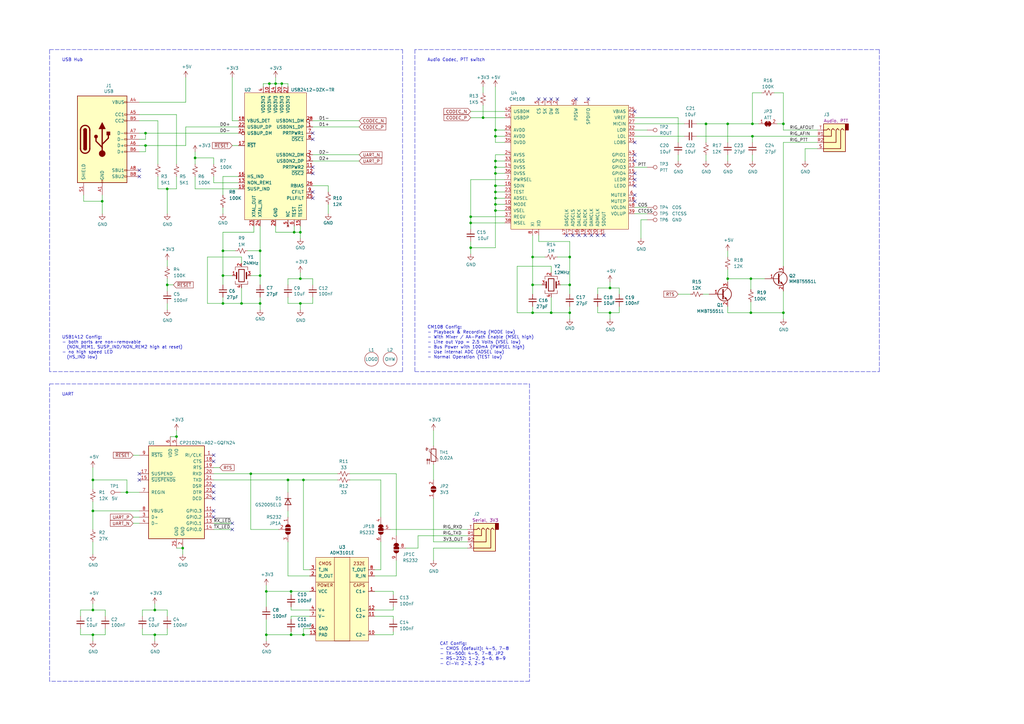
<source format=kicad_sch>
(kicad_sch (version 20211123) (generator eeschema)
  (paper "A3")
  (title_block (title "Digirig Mobile") (rev "1.9") (company "Softcomplex, Inc") (comment 1 "Denis Grisak - K0TX") (comment 2 "GNU General Public License v3.0") (comment 3 "https://digirig.net/"))
  (junction (at 41.91 82.55))
  (junction (at 203.2 71.12))
  (junction (at 203.2 66.04))
  (junction (at 123.19 114.3))
  (junction (at 226.06 128.27))
  (junction (at 124.46 260.35))
  (junction (at 52.07 201.93))
  (junction (at 193.04 91.44))
  (junction (at 38.1 250.19))
  (junction (at 321.31 128.27))
  (junction (at 80.01 64.77))
  (junction (at 102.87 194.31))
  (junction (at 203.2 55.88))
  (junction (at 298.45 50.8))
  (junction (at 120.65 95.25))
  (junction (at 289.56 50.8))
  (junction (at 68.58 77.47))
  (junction (at 308.61 55.88))
  (junction (at 298.45 114.3))
  (junction (at 113.03 34.29))
  (junction (at 233.68 116.84))
  (junction (at 68.58 116.84))
  (junction (at 233.68 128.27))
  (junction (at 119.38 242.57))
  (junction (at 91.44 113.03))
  (junction (at 123.19 95.25))
  (junction (at 63.5 250.19))
  (junction (at 118.11 196.85))
  (junction (at 233.68 105.41))
  (junction (at 203.2 78.74))
  (junction (at 99.06 124.46))
  (junction (at 106.68 102.87))
  (junction (at 203.2 86.36))
  (junction (at 59.69 59.69))
  (junction (at 218.44 116.84))
  (junction (at 307.975 114.3))
  (junction (at 115.57 34.29))
  (junction (at 123.19 124.46))
  (junction (at 193.04 101.6))
  (junction (at 106.68 124.46))
  (junction (at 38.1 209.55))
  (junction (at 250.19 118.11))
  (junction (at 119.38 260.35))
  (junction (at 218.44 128.27))
  (junction (at 124.46 196.85))
  (junction (at 250.19 128.27))
  (junction (at 203.2 76.2))
  (junction (at 91.44 124.46))
  (junction (at 72.39 179.07))
  (junction (at 38.1 196.85))
  (junction (at 38.1 260.35))
  (junction (at 193.04 88.9))
  (junction (at 63.5 260.35))
  (junction (at 110.49 34.29))
  (junction (at 198.12 48.26))
  (junction (at 218.44 105.41))
  (junction (at 203.2 53.34))
  (junction (at 307.975 128.27))
  (junction (at 203.2 81.28))
  (junction (at 321.31 50.8))
  (junction (at 74.93 224.79))
  (junction (at 59.69 54.61))
  (junction (at 109.22 260.35))
  (junction (at 203.2 68.58))
  (junction (at 109.22 242.57))
  (junction (at 91.44 102.87))
  (junction (at 203.2 83.82))
  (junction (at 308.61 50.8))
  (junction (at 106.68 113.03))
  (no_connect (at 87.63 201.93))
  (no_connect (at 95.25 214.63))
  (no_connect (at 260.35 73.66))
  (no_connect (at 237.49 96.52))
  (no_connect (at 223.52 40.64))
  (no_connect (at 232.41 96.52))
  (no_connect (at 57.15 194.31))
  (no_connect (at 128.27 54.61))
  (no_connect (at 57.15 72.39))
  (no_connect (at 226.06 40.64))
  (no_connect (at 245.11 96.52))
  (no_connect (at 220.98 40.64))
  (no_connect (at 87.63 199.39))
  (no_connect (at 242.57 96.52))
  (no_connect (at 260.35 66.04))
  (no_connect (at 240.03 96.52))
  (no_connect (at 228.6 40.64))
  (no_connect (at 260.35 76.2))
  (no_connect (at 87.63 186.69))
  (no_connect (at 87.63 204.47))
  (no_connect (at 128.27 78.74))
  (no_connect (at 87.63 212.09))
  (no_connect (at 241.3 40.64))
  (no_connect (at 260.35 45.72))
  (no_connect (at 87.63 209.55))
  (no_connect (at 234.95 96.52))
  (no_connect (at 128.27 68.58))
  (no_connect (at 260.35 82.55))
  (no_connect (at 57.15 69.85))
  (no_connect (at 236.22 40.64))
  (no_connect (at 247.65 96.52))
  (no_connect (at 128.27 71.12))
  (no_connect (at 260.35 58.42))
  (no_connect (at 260.35 80.01))
  (no_connect (at 95.25 217.17))
  (no_connect (at 260.35 63.5))
  (no_connect (at 260.35 71.12))
  (no_connect (at 87.63 189.23))
  (no_connect (at 128.27 81.28))
  (no_connect (at 57.15 196.85))
  (no_connect (at 128.27 57.15))
  (wire (pts (xy 193.04 99.06) (xy 193.04 101.6)))
  (wire (pts (xy 38.1 209.55) (xy 38.1 217.17)))
  (wire (pts (xy 68.58 260.35) (xy 68.58 257.81)))
  (wire (pts (xy 63.5 260.35) (xy 63.5 262.89)))
  (wire (pts (xy 118.11 116.84) (xy 118.11 114.3)))
  (wire (pts (xy 80.01 67.31) (xy 80.01 64.77)))
  (wire (pts (xy 203.2 35.56) (xy 203.2 53.34)))
  (wire (pts (xy 226.06 121.92) (xy 226.06 128.27)))
  (polyline (pts (xy 165.1 152.4) (xy 20.32 152.4)))
  (wire (pts (xy 33.02 252.73) (xy 33.02 250.19)))
  (wire (pts (xy 161.29 252.73) (xy 161.29 254)))
  (wire (pts (xy 76.2 41.91) (xy 76.2 31.75)))
  (wire (pts (xy 203.2 81.28) (xy 203.2 83.82)))
  (wire (pts (xy 74.93 224.79) (xy 74.93 227.33)))
  (wire (pts (xy 99.06 124.46) (xy 106.68 124.46)))
  (wire (pts (xy 278.13 58.42) (xy 278.13 48.26)))
  (wire (pts (xy 80.01 64.77) (xy 80.01 62.23)))
  (wire (pts (xy 218.44 128.27) (xy 218.44 125.73)))
  (wire (pts (xy 156.21 222.25) (xy 156.21 233.68)))
  (wire (pts (xy 87.63 72.39) (xy 87.63 74.93)))
  (wire (pts (xy 203.2 83.82) (xy 203.2 86.36)))
  (wire (pts (xy 203.2 55.88) (xy 203.2 53.34)))
  (wire (pts (xy 218.44 105.41) (xy 223.52 105.41)))
  (wire (pts (xy 228.6 105.41) (xy 233.68 105.41)))
  (wire (pts (xy 54.61 212.09) (xy 57.15 212.09)))
  (wire (pts (xy 156.21 196.85) (xy 156.21 212.09)))
  (wire (pts (xy 91.44 124.46) (xy 99.06 124.46)))
  (wire (pts (xy 233.68 99.06) (xy 233.68 105.41)))
  (wire (pts (xy 124.46 257.81) (xy 124.46 260.35)))
  (wire (pts (xy 91.44 121.92) (xy 91.44 124.46)))
  (wire (pts (xy 33.02 260.35) (xy 38.1 260.35)))
  (wire (pts (xy 278.13 120.65) (xy 283.21 120.65)))
  (wire (pts (xy 321.31 119.38) (xy 321.31 128.27)))
  (wire (pts (xy 203.2 71.12) (xy 203.2 76.2)))
  (wire (pts (xy 57.15 41.91) (xy 76.2 41.91)))
  (wire (pts (xy 153.67 236.22) (xy 162.56 236.22)))
  (wire (pts (xy 203.2 66.04) (xy 203.2 63.5)))
  (wire (pts (xy 57.15 201.93) (xy 52.07 201.93)))
  (wire (pts (xy 233.68 116.84) (xy 233.68 105.41)))
  (polyline (pts (xy 170.18 20.32) (xy 170.18 152.4)))
  (wire (pts (xy 128.27 63.5) (xy 147.32 63.5)))
  (wire (pts (xy 177.8 182.88) (xy 177.8 176.53)))
  (wire (pts (xy 308.61 55.88) (xy 335.28 55.88)))
  (wire (pts (xy 95.25 49.53) (xy 95.25 31.75)))
  (wire (pts (xy 104.14 92.71) (xy 104.14 95.25)))
  (wire (pts (xy 289.56 50.8) (xy 289.56 58.42)))
  (wire (pts (xy 68.58 87.63) (xy 68.58 77.47)))
  (wire (pts (xy 134.62 83.82) (xy 134.62 87.63)))
  (wire (pts (xy 58.42 260.35) (xy 63.5 260.35)))
  (wire (pts (xy 330.2 60.96) (xy 330.2 66.04)))
  (wire (pts (xy 41.91 82.55) (xy 41.91 87.63)))
  (wire (pts (xy 114.3 217.17) (xy 102.87 217.17)))
  (wire (pts (xy 113.03 34.29) (xy 115.57 34.29)))
  (wire (pts (xy 207.01 58.42) (xy 203.2 58.42)))
  (wire (pts (xy 113.03 31.75) (xy 113.03 34.29)))
  (wire (pts (xy 127 257.81) (xy 124.46 257.81)))
  (wire (pts (xy 193.04 101.6) (xy 193.04 104.14)))
  (wire (pts (xy 229.87 116.84) (xy 233.68 116.84)))
  (wire (pts (xy 110.49 34.29) (xy 113.03 34.29)))
  (wire (pts (xy 226.06 109.22) (xy 226.06 111.76)))
  (wire (pts (xy 177.8 224.79) (xy 177.8 229.87)))
  (wire (pts (xy 153.67 242.57) (xy 161.29 242.57)))
  (wire (pts (xy 298.45 114.3) (xy 298.45 110.49)))
  (wire (pts (xy 198.12 48.26) (xy 207.01 48.26)))
  (wire (pts (xy 124.46 196.85) (xy 138.43 196.85)))
  (wire (pts (xy 107.95 34.29) (xy 110.49 34.29)))
  (wire (pts (xy 143.51 196.85) (xy 156.21 196.85)))
  (wire (pts (xy 57.15 57.15) (xy 59.69 57.15)))
  (wire (pts (xy 171.45 219.71) (xy 191.77 219.71)))
  (wire (pts (xy 153.67 250.19) (xy 161.29 250.19)))
  (wire (pts (xy 104.14 95.25) (xy 91.44 95.25)))
  (wire (pts (xy 207.01 66.04) (xy 203.2 66.04)))
  (wire (pts (xy 260.35 50.8) (xy 280.67 50.8)))
  (wire (pts (xy 254 118.11) (xy 254 120.65)))
  (wire (pts (xy 106.68 102.87) (xy 106.68 113.03)))
  (wire (pts (xy 76.2 59.69) (xy 59.69 59.69)))
  (wire (pts (xy 335.28 53.34) (xy 321.31 53.34)))
  (wire (pts (xy 118.11 196.85) (xy 118.11 201.93)))
  (polyline (pts (xy 20.32 152.4) (xy 20.32 20.32)))
  (wire (pts (xy 298.45 66.04) (xy 298.45 63.5)))
  (wire (pts (xy 34.29 82.55) (xy 34.29 80.01)))
  (wire (pts (xy 260.35 55.88) (xy 280.67 55.88)))
  (wire (pts (xy 38.1 205.74) (xy 38.1 209.55)))
  (wire (pts (xy 123.19 95.25) (xy 123.19 92.71)))
  (wire (pts (xy 177.8 196.85) (xy 177.8 190.5)))
  (wire (pts (xy 191.77 222.25) (xy 177.8 222.25)))
  (wire (pts (xy 250.19 128.27) (xy 250.19 130.81)))
  (wire (pts (xy 120.65 92.71) (xy 120.65 95.25)))
  (wire (pts (xy 220.98 96.52) (xy 220.98 99.06)))
  (wire (pts (xy 99.06 118.11) (xy 99.06 124.46)))
  (wire (pts (xy 260.35 68.58) (xy 265.43 68.58)))
  (wire (pts (xy 118.11 209.55) (xy 118.11 212.09)))
  (wire (pts (xy 54.61 186.69) (xy 57.15 186.69)))
  (wire (pts (xy 33.02 250.19) (xy 38.1 250.19)))
  (wire (pts (xy 212.09 109.22) (xy 226.06 109.22)))
  (wire (pts (xy 119.38 252.73) (xy 119.38 254)))
  (wire (pts (xy 87.63 64.77) (xy 80.01 64.77)))
  (wire (pts (xy 113.03 35.56) (xy 113.03 34.29)))
  (wire (pts (xy 85.09 105.41) (xy 85.09 124.46)))
  (wire (pts (xy 193.04 91.44) (xy 207.01 91.44)))
  (wire (pts (xy 115.57 35.56) (xy 115.57 34.29)))
  (wire (pts (xy 63.5 250.19) (xy 68.58 250.19)))
  (wire (pts (xy 127 260.35) (xy 124.46 260.35)))
  (wire (pts (xy 109.22 254) (xy 109.22 260.35)))
  (wire (pts (xy 245.11 118.11) (xy 250.19 118.11)))
  (wire (pts (xy 58.42 252.73) (xy 58.42 250.19)))
  (wire (pts (xy 250.19 118.11) (xy 250.19 115.57)))
  (polyline (pts (xy 217.17 279.4) (xy 20.32 279.4)))
  (wire (pts (xy 68.58 114.3) (xy 68.58 116.84)))
  (wire (pts (xy 69.85 179.07) (xy 72.39 179.07)))
  (wire (pts (xy 321.31 128.27) (xy 321.31 130.81)))
  (wire (pts (xy 124.46 233.68) (xy 124.46 196.85)))
  (wire (pts (xy 153.67 233.68) (xy 156.21 233.68)))
  (wire (pts (xy 97.79 49.53) (xy 95.25 49.53)))
  (wire (pts (xy 91.44 113.03) (xy 91.44 116.84)))
  (wire (pts (xy 87.63 214.63) (xy 95.25 214.63)))
  (wire (pts (xy 72.39 224.79) (xy 74.93 224.79)))
  (wire (pts (xy 123.19 114.3) (xy 128.27 114.3)))
  (wire (pts (xy 308.61 66.04) (xy 308.61 63.5)))
  (wire (pts (xy 102.87 194.31) (xy 102.87 217.17)))
  (wire (pts (xy 193.04 101.6) (xy 203.2 101.6)))
  (wire (pts (xy 72.39 77.47) (xy 72.39 72.39)))
  (wire (pts (xy 245.11 125.73) (xy 245.11 128.27)))
  (wire (pts (xy 123.19 97.79) (xy 123.19 95.25)))
  (wire (pts (xy 198.12 35.56) (xy 198.12 38.1)))
  (wire (pts (xy 127 236.22) (xy 118.11 236.22)))
  (wire (pts (xy 207.01 76.2) (xy 203.2 76.2)))
  (wire (pts (xy 87.63 217.17) (xy 95.25 217.17)))
  (wire (pts (xy 113.03 92.71) (xy 113.03 95.25)))
  (wire (pts (xy 127 250.19) (xy 119.38 250.19)))
  (wire (pts (xy 198.12 48.26) (xy 198.12 43.18)))
  (wire (pts (xy 128.27 114.3) (xy 128.27 116.84)))
  (wire (pts (xy 106.68 121.92) (xy 106.68 124.46)))
  (wire (pts (xy 233.68 128.27) (xy 233.68 125.73)))
  (wire (pts (xy 220.98 99.06) (xy 233.68 99.06)))
  (wire (pts (xy 308.61 50.8) (xy 311.15 50.8)))
  (wire (pts (xy 72.39 46.99) (xy 57.15 46.99)))
  (wire (pts (xy 298.45 115.57) (xy 298.45 114.3)))
  (wire (pts (xy 193.04 88.9) (xy 207.01 88.9)))
  (wire (pts (xy 59.69 62.23) (xy 57.15 62.23)))
  (wire (pts (xy 57.15 54.61) (xy 59.69 54.61)))
  (wire (pts (xy 91.44 72.39) (xy 91.44 80.01)))
  (wire (pts (xy 124.46 260.35) (xy 119.38 260.35)))
  (wire (pts (xy 166.37 224.79) (xy 171.45 224.79)))
  (wire (pts (xy 109.22 242.57) (xy 109.22 240.03)))
  (wire (pts (xy 160.02 217.17) (xy 191.77 217.17)))
  (polyline (pts (xy 217.17 157.48) (xy 217.17 279.4)))
  (wire (pts (xy 43.18 260.35) (xy 43.18 257.81)))
  (wire (pts (xy 321.31 58.42) (xy 335.28 58.42)))
  (wire (pts (xy 298.45 125.73) (xy 298.45 128.27)))
  (polyline (pts (xy 360.68 152.4) (xy 360.68 20.32)))
  (wire (pts (xy 109.22 242.57) (xy 109.22 248.92)))
  (wire (pts (xy 54.61 214.63) (xy 57.15 214.63)))
  (wire (pts (xy 128.27 49.53) (xy 147.32 49.53)))
  (wire (pts (xy 308.61 38.1) (xy 312.42 38.1)))
  (wire (pts (xy 118.11 114.3) (xy 123.19 114.3)))
  (wire (pts (xy 64.77 67.31) (xy 64.77 49.53)))
  (wire (pts (xy 110.49 35.56) (xy 110.49 34.29)))
  (wire (pts (xy 123.19 111.76) (xy 123.19 114.3)))
  (wire (pts (xy 99.06 105.41) (xy 85.09 105.41)))
  (wire (pts (xy 203.2 86.36) (xy 203.2 101.6)))
  (wire (pts (xy 33.02 257.81) (xy 33.02 260.35)))
  (polyline (pts (xy 20.32 157.48) (xy 217.17 157.48)))
  (wire (pts (xy 260.35 85.09) (xy 265.43 85.09)))
  (wire (pts (xy 68.58 116.84) (xy 71.12 116.84)))
  (wire (pts (xy 106.68 124.46) (xy 106.68 127)))
  (wire (pts (xy 307.975 128.27) (xy 321.31 128.27)))
  (wire (pts (xy 207.01 68.58) (xy 203.2 68.58)))
  (wire (pts (xy 113.03 95.25) (xy 120.65 95.25)))
  (wire (pts (xy 128.27 76.2) (xy 134.62 76.2)))
  (wire (pts (xy 97.79 72.39) (xy 91.44 72.39)))
  (wire (pts (xy 260.35 53.34) (xy 265.43 53.34)))
  (wire (pts (xy 59.69 54.61) (xy 97.79 54.61)))
  (wire (pts (xy 318.77 50.8) (xy 321.31 50.8)))
  (wire (pts (xy 218.44 116.84) (xy 222.25 116.84)))
  (wire (pts (xy 162.56 219.71) (xy 162.56 194.31)))
  (wire (pts (xy 245.11 120.65) (xy 245.11 118.11)))
  (wire (pts (xy 87.63 67.31) (xy 87.63 64.77)))
  (polyline (pts (xy 170.18 152.4) (xy 360.68 152.4)))
  (wire (pts (xy 285.75 55.88) (xy 308.61 55.88)))
  (polyline (pts (xy 20.32 279.4) (xy 20.32 157.48)))
  (wire (pts (xy 64.77 77.47) (xy 68.58 77.47)))
  (wire (pts (xy 298.45 114.3) (xy 307.975 114.3)))
  (wire (pts (xy 153.67 252.73) (xy 161.29 252.73)))
  (wire (pts (xy 250.19 128.27) (xy 254 128.27)))
  (wire (pts (xy 85.09 124.46) (xy 91.44 124.46)))
  (wire (pts (xy 101.6 102.87) (xy 106.68 102.87)))
  (wire (pts (xy 203.2 58.42) (xy 203.2 55.88)))
  (wire (pts (xy 321.31 109.22) (xy 321.31 58.42)))
  (wire (pts (xy 59.69 59.69) (xy 59.69 62.23)))
  (wire (pts (xy 123.19 124.46) (xy 128.27 124.46)))
  (wire (pts (xy 203.2 63.5) (xy 207.01 63.5)))
  (wire (pts (xy 64.77 72.39) (xy 64.77 77.47)))
  (wire (pts (xy 153.67 260.35) (xy 161.29 260.35)))
  (wire (pts (xy 128.27 52.07) (xy 147.32 52.07)))
  (wire (pts (xy 43.18 250.19) (xy 43.18 252.73)))
  (wire (pts (xy 107.95 35.56) (xy 107.95 34.29)))
  (wire (pts (xy 308.61 50.8) (xy 308.61 38.1)))
  (wire (pts (xy 97.79 74.93) (xy 87.63 74.93)))
  (wire (pts (xy 58.42 250.19) (xy 63.5 250.19)))
  (wire (pts (xy 68.58 106.68) (xy 68.58 109.22)))
  (wire (pts (xy 76.2 59.69) (xy 76.2 52.07)))
  (wire (pts (xy 119.38 250.19) (xy 119.38 248.92)))
  (wire (pts (xy 96.52 102.87) (xy 91.44 102.87)))
  (wire (pts (xy 262.89 97.79) (xy 262.89 90.17)))
  (wire (pts (xy 102.87 113.03) (xy 106.68 113.03)))
  (wire (pts (xy 207.01 81.28) (xy 203.2 81.28)))
  (polyline (pts (xy 165.1 20.32) (xy 165.1 152.4)))
  (wire (pts (xy 41.91 82.55) (xy 34.29 82.55)))
  (wire (pts (xy 119.38 260.35) (xy 119.38 259.08)))
  (wire (pts (xy 207.01 71.12) (xy 203.2 71.12)))
  (wire (pts (xy 218.44 128.27) (xy 226.06 128.27)))
  (wire (pts (xy 38.1 250.19) (xy 43.18 250.19)))
  (wire (pts (xy 161.29 242.57) (xy 161.29 243.84)))
  (wire (pts (xy 52.07 201.93) (xy 52.07 196.85)))
  (wire (pts (xy 254 128.27) (xy 254 125.73)))
  (wire (pts (xy 335.28 60.96) (xy 330.2 60.96)))
  (wire (pts (xy 97.79 77.47) (xy 80.01 77.47)))
  (wire (pts (xy 72.39 67.31) (xy 72.39 46.99)))
  (wire (pts (xy 193.04 91.44) (xy 193.04 93.98)))
  (wire (pts (xy 95.25 59.69) (xy 97.79 59.69)))
  (wire (pts (xy 207.01 55.88) (xy 203.2 55.88)))
  (wire (pts (xy 298.45 128.27) (xy 307.975 128.27)))
  (wire (pts (xy 193.04 88.9) (xy 193.04 91.44)))
  (wire (pts (xy 59.69 57.15) (xy 59.69 54.61)))
  (wire (pts (xy 41.91 80.01) (xy 41.91 82.55)))
  (wire (pts (xy 68.58 250.19) (xy 68.58 252.73)))
  (wire (pts (xy 99.06 105.41) (xy 99.06 107.95)))
  (wire (pts (xy 109.22 260.35) (xy 119.38 260.35)))
  (wire (pts (xy 171.45 219.71) (xy 171.45 224.79)))
  (wire (pts (xy 321.31 50.8) (xy 321.31 38.1)))
  (wire (pts (xy 226.06 128.27) (xy 233.68 128.27)))
  (wire (pts (xy 161.29 260.35) (xy 161.29 259.08)))
  (wire (pts (xy 109.22 260.35) (xy 109.22 262.89)))
  (wire (pts (xy 119.38 242.57) (xy 119.38 243.84)))
  (wire (pts (xy 262.89 90.17) (xy 265.43 90.17)))
  (wire (pts (xy 207.01 86.36) (xy 203.2 86.36)))
  (wire (pts (xy 193.04 45.72) (xy 207.01 45.72)))
  (wire (pts (xy 58.42 257.81) (xy 58.42 260.35)))
  (wire (pts (xy 143.51 194.31) (xy 162.56 194.31)))
  (wire (pts (xy 203.2 78.74) (xy 203.2 81.28)))
  (wire (pts (xy 38.1 260.35) (xy 43.18 260.35)))
  (wire (pts (xy 52.07 196.85) (xy 38.1 196.85)))
  (wire (pts (xy 128.27 124.46) (xy 128.27 121.92)))
  (wire (pts (xy 289.56 50.8) (xy 298.45 50.8)))
  (wire (pts (xy 120.65 95.25) (xy 123.19 95.25)))
  (wire (pts (xy 87.63 194.31) (xy 102.87 194.31)))
  (wire (pts (xy 321.31 53.34) (xy 321.31 50.8)))
  (wire (pts (xy 177.8 222.25) (xy 177.8 204.47)))
  (wire (pts (xy 38.1 209.55) (xy 57.15 209.55)))
  (wire (pts (xy 76.2 52.07) (xy 97.79 52.07)))
  (wire (pts (xy 38.1 222.25) (xy 38.1 227.33)))
  (wire (pts (xy 289.56 63.5) (xy 289.56 66.04)))
  (wire (pts (xy 127 242.57) (xy 119.38 242.57)))
  (wire (pts (xy 218.44 128.27) (xy 212.09 128.27)))
  (wire (pts (xy 162.56 236.22) (xy 162.56 229.87)))
  (wire (pts (xy 68.58 124.46) (xy 68.58 127)))
  (wire (pts (xy 260.35 48.26) (xy 278.13 48.26)))
  (wire (pts (xy 207.01 73.66) (xy 193.04 73.66)))
  (wire (pts (xy 91.44 113.03) (xy 95.25 113.03)))
  (wire (pts (xy 307.975 114.3) (xy 307.975 118.745)))
  (wire (pts (xy 64.77 49.53) (xy 57.15 49.53)))
  (wire (pts (xy 250.19 118.11) (xy 254 118.11)))
  (wire (pts (xy 63.5 260.35) (xy 68.58 260.35)))
  (wire (pts (xy 193.04 48.26) (xy 198.12 48.26)))
  (wire (pts (xy 106.68 113.03) (xy 106.68 116.84)))
  (wire (pts (xy 68.58 77.47) (xy 72.39 77.47)))
  (wire (pts (xy 38.1 200.66) (xy 38.1 196.85)))
  (wire (pts (xy 118.11 124.46) (xy 123.19 124.46)))
  (wire (pts (xy 233.68 130.81) (xy 233.68 128.27)))
  (wire (pts (xy 288.29 120.65) (xy 290.83 120.65)))
  (wire (pts (xy 80.01 77.47) (xy 80.01 72.39)))
  (wire (pts (xy 118.11 34.29) (xy 118.11 35.56)))
  (wire (pts (xy 317.5 38.1) (xy 321.31 38.1)))
  (wire (pts (xy 212.09 128.27) (xy 212.09 109.22)))
  (wire (pts (xy 127 252.73) (xy 119.38 252.73)))
  (wire (pts (xy 307.975 114.3) (xy 313.69 114.3)))
  (wire (pts (xy 285.75 50.8) (xy 289.56 50.8)))
  (wire (pts (xy 245.11 128.27) (xy 250.19 128.27)))
  (wire (pts (xy 102.87 194.31) (xy 138.43 194.31)))
  (wire (pts (xy 49.53 201.93) (xy 52.07 201.93)))
  (wire (pts (xy 218.44 105.41) (xy 218.44 96.52)))
  (polyline (pts (xy 360.68 20.32) (xy 170.18 20.32)))
  (wire (pts (xy 118.11 121.92) (xy 118.11 124.46)))
  (wire (pts (xy 298.45 50.8) (xy 308.61 50.8)))
  (wire (pts (xy 298.45 102.87) (xy 298.45 105.41)))
  (wire (pts (xy 308.61 55.88) (xy 308.61 58.42)))
  (wire (pts (xy 128.27 66.04) (xy 147.32 66.04)))
  (wire (pts (xy 218.44 120.65) (xy 218.44 116.84)))
  (wire (pts (xy 115.57 34.29) (xy 118.11 34.29)))
  (wire (pts (xy 161.29 250.19) (xy 161.29 248.92)))
  (wire (pts (xy 72.39 176.53) (xy 72.39 179.07)))
  (wire (pts (xy 68.58 116.84) (xy 68.58 119.38)))
  (wire (pts (xy 118.11 222.25) (xy 118.11 236.22)))
  (wire (pts (xy 207.01 78.74) (xy 203.2 78.74)))
  (wire (pts (xy 203.2 68.58) (xy 203.2 71.12)))
  (wire (pts (xy 307.975 123.825) (xy 307.975 128.27)))
  (wire (pts (xy 203.2 66.04) (xy 203.2 68.58)))
  (wire (pts (xy 87.63 196.85) (xy 118.11 196.85)))
  (wire (pts (xy 63.5 247.65) (xy 63.5 250.19)))
  (wire (pts (xy 38.1 196.85) (xy 38.1 191.77)))
  (wire (pts (xy 233.68 120.65) (xy 233.68 116.84)))
  (wire (pts (xy 38.1 260.35) (xy 38.1 262.89)))
  (wire (pts (xy 218.44 105.41) (xy 218.44 116.84)))
  (wire (pts (xy 260.35 87.63) (xy 265.43 87.63)))
  (wire (pts (xy 124.46 233.68) (xy 127 233.68)))
  (polyline (pts (xy 20.32 20.32) (xy 165.1 20.32)))
  (wire (pts (xy 91.44 95.25) (xy 91.44 102.87)))
  (wire (pts (xy 106.68 102.87) (xy 106.68 92.71)))
  (wire (pts (xy 134.62 76.2) (xy 134.62 78.74)))
  (wire (pts (xy 123.19 127) (xy 123.19 124.46)))
  (wire (pts (xy 57.15 59.69) (xy 59.69 59.69)))
  (wire (pts (xy 278.13 66.04) (xy 278.13 63.5)))
  (wire (pts (xy 118.11 196.85) (xy 124.46 196.85)))
  (wire (pts (xy 207.01 83.82) (xy 203.2 83.82)))
  (wire (pts (xy 193.04 73.66) (xy 193.04 88.9)))
  (wire (pts (xy 191.77 224.79) (xy 177.8 224.79)))
  (wire (pts (xy 298.45 58.42) (xy 298.45 50.8)))
  (wire (pts (xy 203.2 76.2) (xy 203.2 78.74)))
  (wire (pts (xy 119.38 242.57) (xy 109.22 242.57)))
  (wire (pts (xy 91.44 85.09) (xy 91.44 87.63)))
  (wire (pts (xy 38.1 247.65) (xy 38.1 250.19)))
  (wire (pts (xy 87.63 191.77) (xy 90.17 191.77)))
  (wire (pts (xy 91.44 102.87) (xy 91.44 113.03)))
  (wire (pts (xy 203.2 53.34) (xy 207.01 53.34)))
  (text "Audio Codec, PTT switch" (at 175.26 25.4 0) (effects (font (size 1.27 1.27)) (justify left bottom)))
  (text "UART" (at 25.4 162.56 0) (effects (font (size 1.27 1.27)) (justify left bottom)))
  (text "CM108 Config:\n- Playback & Recording (MODE low)\n- With Mixer / AA-Path Enable (MSEL high)\n- Line out Vpp = 2.5 Volts (VSEL low)\n- Bus Power with 100mA (PWRSEL high)\n- Use internal ADC (ADSEL low)\n- Normal Operation (TEST low)" (at 175.26 147.32 0) (effects (font (size 1.27 1.27)) (justify left bottom)))
  (text "CAT Config:\n- CMOS (default): 4-5, 7-8\n- TX-500: 4-5, 7-8, JP2\n- RS-232: 1-2, 5-6, 8-9\n- CI-V: 2-3, 2-5" (at 180.34 273.05 0) (effects (font (size 1.27 1.27)) (justify left bottom)))
  (text "USB1412 Config:\n- both ports are non-removable\n  (NON_REM1, SUSP_IND/NON_REM2 high at reset)\n- no high speed LED\n  (HS_IND low)" (at 25.4 147.32 0) (effects (font (size 1.27 1.27)) (justify left bottom)))
  (text "USB Hub" (at 25.4 25.4 0) (effects (font (size 1.27 1.27)) (justify left bottom)))
  (label "RIG_PTT" (at 323.85 58.42 0))
  (label "D1-" (at 130.81 49.53 0))
  (label "RIG_RXD" (at 181.61 217.17 0))
  (label "CTCSS" (at 261.62 87.63 0))
  (label "COS" (at 261.62 85.09 0))
  (label "D2-" (at 130.81 63.5 0))
  (label "D0-" (at 90.17 54.61 0))
  (label "RIG_AFIN" (at 323.85 55.88 0))
  (label "~{TX_LED}" (at 87.63 217.17 0))
  (label "PTT" (at 261.62 68.58 0))
  (label "RIG_TXD" (at 181.61 219.71 0))
  (label "D0+" (at 90.17 52.07 0))
  (label "~{RX_LED}" (at 87.63 214.63 0))
  (label "3V3_OUT" (at 181.61 222.25 0))
  (label "D2+" (at 130.81 66.04 0))
  (label "D1+" (at 130.81 52.07 0))
  (label "RIG_AFOUT" (at 323.85 53.34 0))
  (global_label "UART_P" (shape input) (at 54.61 212.09 180) (property "Intersheet References" "${INTERSHEET_REFS}" (effects hide)))
  (global_label "UART_N" (shape input) (at 147.32 63.5 0) (property "Intersheet References" "${INTERSHEET_REFS}" (effects hide)))
  (global_label "RTS" (shape input) (at 90.17 191.77 0) (property "Intersheet References" "${INTERSHEET_REFS}" (effects hide)))
  (global_label "CODEC_N" (shape input) (at 193.04 45.72 180) (property "Intersheet References" "${INTERSHEET_REFS}" (effects hide)))
  (global_label "CODEC_P" (shape input) (at 147.32 52.07 0) (property "Intersheet References" "${INTERSHEET_REFS}" (effects hide)))
  (global_label "CODEC_P" (shape input) (at 193.04 48.26 180) (property "Intersheet References" "${INTERSHEET_REFS}" (effects hide)))
  (global_label "RTS" (shape input) (at 278.13 120.65 180) (property "Intersheet References" "${INTERSHEET_REFS}" (effects hide)))
  (global_label "UART_P" (shape input) (at 147.32 66.04 0) (property "Intersheet References" "${INTERSHEET_REFS}" (effects hide)))
  (global_label "~{RESET}" (shape input) (at 54.61 186.69 180) (property "Intersheet References" "${INTERSHEET_REFS}" (effects hide)))
  (global_label "~{RESET}" (shape input) (at 95.25 59.69 180) (property "Intersheet References" "${INTERSHEET_REFS}" (effects hide)))
  (global_label "UART_N" (shape input) (at 54.61 214.63 180) (property "Intersheet References" "${INTERSHEET_REFS}" (effects hide)))
  (global_label "~{RESET}" (shape input) (at 71.12 116.84 0) (property "Intersheet References" "${INTERSHEET_REFS}" (effects hide)))
  (global_label "CODEC_N" (shape input) (at 147.32 49.53 0) (property "Intersheet References" "${INTERSHEET_REFS}" (effects hide)))
  (symbol (lib_id "power:GND") (at 41.91 87.63 0) (unit 1)
    (property "Reference" "#PWR05" (effects hide))
    (property "Value" "GND" (at 42.037 92.0242 0))
  )
  (symbol (lib_id "digirig:CM108") (at 222.25 40.64 0) (unit 1)
    (property "Reference" "U4" (at 210.82 38.1 0))
    (property "Value" "CM108" (at 212.09 40.64 0))
    (property "Footprint" "Package_QFP:LQFP-48_7x7mm_P0.5mm" (effects hide))
  )
  (symbol (lib_id "power:+5V") (at 76.2 31.75 0) (unit 1)
    (property "Reference" "#PWR013" (effects hide))
    (property "Value" "+5V" (at 76.581 27.3558 0))
  )
  (symbol (lib_id "Device:C_Small") (at 254 123.19 0) (unit 1)
    (property "Reference" "C19" (at 256.3368 122.0216 0) (effects (justify left)))
    (property "Value" "100nF" (at 256.3368 124.333 0) (effects (justify left)))
    (property "Footprint" "Capacitor_SMD:C_0402_1005Metric" (effects hide))
  )
  (symbol (lib_id "Device:C_Small") (at 245.11 123.19 0) (unit 1)
    (property "Reference" "C18" (at 247.4468 122.0216 0) (effects (justify left)))
    (property "Value" "10uF" (at 247.4468 124.333 0) (effects (justify left)))
    (property "Footprint" "Capacitor_SMD:C_0402_1005Metric" (effects hide))
  )
  (symbol (lib_id "power:GND") (at 250.19 130.81 0) (unit 1)
    (property "Reference" "#PWR032" (effects hide))
    (property "Value" "GND" (at 250.317 135.2042 0))
  )
  (symbol (lib_id "Device:C_Small") (at 278.13 60.96 0) (unit 1)
    (property "Reference" "C20" (at 270.51 59.69 0) (effects (justify left)))
    (property "Value" "10uF" (at 270.51 62.23 0) (effects (justify left)))
    (property "Footprint" "Capacitor_SMD:C_0402_1005Metric" (effects hide))
  )
  (symbol (lib_id "Device:C_Small") (at 193.04 96.52 180) (unit 1)
    (property "Reference" "C15" (at 199.39 95.25 0) (effects (justify left)))
    (property "Value" "10uF" (at 200.66 97.79 0) (effects (justify left)))
    (property "Footprint" "Capacitor_SMD:C_0402_1005Metric" (effects hide))
  )
  (symbol (lib_id "power:GND") (at 193.04 104.14 0) (unit 1)
    (property "Reference" "#PWR027" (effects hide))
    (property "Value" "GND" (at 193.167 108.5342 0))
  )
  (symbol (lib_id "Device:C_Small") (at 68.58 121.92 0) (unit 1)
    (property "Reference" "C5" (at 71.12 120.65 0) (effects (justify left)))
    (property "Value" "100nF" (at 71.12 123.19 0) (effects (justify left)))
    (property "Footprint" "Capacitor_SMD:C_0402_1005Metric" (effects hide))
  )
  (symbol (lib_id "power:GND") (at 68.58 127 0) (unit 1)
    (property "Reference" "#PWR010" (effects hide))
    (property "Value" "GND" (at 68.707 131.3942 0))
  )
  (symbol (lib_id "Device:R_Small_US") (at 68.58 111.76 180) (unit 1)
    (property "Reference" "R4" (at 72.39 110.49 0))
    (property "Value" "100K" (at 73.66 113.03 0))
    (property "Footprint" "Resistor_SMD:R_0402_1005Metric" (effects hide))
  )
  (symbol (lib_id "power:+3V3") (at 68.58 106.68 0) (unit 1)
    (property "Reference" "#PWR09" (effects hide))
    (property "Value" "+3V3" (at 68.961 102.2858 0))
  )
  (symbol (lib_id "power:GND") (at 177.8 229.87 0) (unit 1)
    (property "Reference" "#PWR026" (effects hide))
    (property "Value" "GND" (at 177.927 234.2642 0))
  )
  (symbol (lib_id "Device:R_Small_US") (at 140.97 196.85 270) (unit 1)
    (property "Reference" "R12" (at 140.97 199.39 90))
    (property "Value" "33" (at 140.97 201.93 90))
    (property "Footprint" "Resistor_SMD:R_0402_1005Metric" (effects hide))
  )
  (symbol (lib_id "Device:R_Small_US") (at 140.97 194.31 270) (unit 1)
    (property "Reference" "R11" (at 140.97 189.23 90))
    (property "Value" "33" (at 140.97 191.77 90))
    (property "Footprint" "Resistor_SMD:R_0402_1005Metric" (effects hide))
  )
  (symbol (lib_id "Device:C_Small") (at 68.58 255.27 0) (unit 1)
    (property "Reference" "C4" (at 70.9168 254.1016 0) (effects (justify left)))
    (property "Value" "100nF" (at 70.9168 256.413 0) (effects (justify left)))
    (property "Footprint" "Capacitor_SMD:C_0402_1005Metric" (effects hide))
  )
  (symbol (lib_id "Device:C_Small") (at 58.42 255.27 0) (unit 1)
    (property "Reference" "C3" (at 60.7568 254.1016 0) (effects (justify left)))
    (property "Value" "10uF" (at 60.7568 256.413 0) (effects (justify left)))
    (property "Footprint" "Capacitor_SMD:C_0402_1005Metric" (effects hide))
  )
  (symbol (lib_id "power:GND") (at 63.5 262.89 0) (unit 1)
    (property "Reference" "#PWR07" (effects hide))
    (property "Value" "GND" (at 63.627 267.2842 0))
  )
  (symbol (lib_id "power:+3V3") (at 63.5 247.65 0) (unit 1)
    (property "Reference" "#PWR06" (effects hide))
    (property "Value" "+3V3" (at 63.881 243.2558 0))
  )
  (symbol (lib_id "Device:C_Small") (at 283.21 50.8 270) (unit 1)
    (property "Reference" "C21" (at 283.21 44.45 90))
    (property "Value" "10uF" (at 283.21 46.99 90))
    (property "Footprint" "Capacitor_SMD:C_0402_1005Metric" (effects hide))
  )
  (symbol (lib_id "Device:C_Small") (at 283.21 55.88 270) (unit 1)
    (property "Reference" "C22" (at 283.21 59.69 90))
    (property "Value" "10uF" (at 283.21 62.23 90))
    (property "Footprint" "Capacitor_SMD:C_0402_1005Metric" (effects hide))
  )
  (symbol (lib_id "Device:Crystal_GND24") (at 226.06 116.84 0) (mirror y) (unit 1)
    (property "Reference" "Y2" (at 229.87 109.22 0) (effects (justify left)))
    (property "Value" "12MHz" (at 233.68 111.76 0) (effects (justify left)))
    (property "Footprint" "Crystal:Crystal_SMD_3225-4Pin_3.2x2.5mm" (effects hide))
  )
  (symbol (lib_id "Device:C_Small") (at 218.44 123.19 0) (unit 1)
    (property "Reference" "C16" (at 224.79 123.19 0) (effects (justify right)))
    (property "Value" "27pF" (at 224.79 125.73 0) (effects (justify right)))
    (property "Footprint" "Capacitor_SMD:C_0402_1005Metric" (effects hide))
  )
  (symbol (lib_id "Device:C_Small") (at 233.68 123.19 0) (unit 1)
    (property "Reference" "C17" (at 236.22 121.92 0) (effects (justify left)))
    (property "Value" "27pF" (at 236.22 124.46 0) (effects (justify left)))
    (property "Footprint" "Capacitor_SMD:C_0402_1005Metric" (effects hide))
  )
  (symbol (lib_id "power:GND") (at 233.68 130.81 0) (unit 1)
    (property "Reference" "#PWR030" (effects hide))
    (property "Value" "GND" (at 233.68 134.62 0))
  )
  (symbol (lib_id "power:GND") (at 38.1 262.89 0) (unit 1)
    (property "Reference" "#PWR04" (effects hide))
    (property "Value" "GND" (at 38.227 267.2842 0))
  )
  (symbol (lib_id "Device:C_Small") (at 33.02 255.27 0) (unit 1)
    (property "Reference" "C1" (at 35.3568 254.1016 0) (effects (justify left)))
    (property "Value" "10uF" (at 35.3568 256.413 0) (effects (justify left)))
    (property "Footprint" "Capacitor_SMD:C_0402_1005Metric" (effects hide))
  )
  (symbol (lib_id "Device:C_Small") (at 43.18 255.27 0) (unit 1)
    (property "Reference" "C2" (at 45.5168 254.1016 0) (effects (justify left)))
    (property "Value" "100nF" (at 45.5168 256.413 0) (effects (justify left)))
    (property "Footprint" "Capacitor_SMD:C_0402_1005Metric" (effects hide))
  )
  (symbol (lib_id "power:+5V") (at 38.1 247.65 0) (unit 1)
    (property "Reference" "#PWR03" (effects hide))
    (property "Value" "+5V" (at 38.481 243.2558 0))
  )
  (symbol (lib_id "power:GND") (at 278.13 66.04 0) (unit 1)
    (property "Reference" "#PWR034" (effects hide))
    (property "Value" "GND" (at 278.257 70.4342 0))
  )
  (symbol (lib_id "power:+3V3") (at 123.19 111.76 0) (unit 1)
    (property "Reference" "#PWR022" (effects hide))
    (property "Value" "+3V3" (at 123.571 107.3658 0))
  )
  (symbol (lib_id "power:GND") (at 123.19 127 0) (unit 1)
    (property "Reference" "#PWR023" (effects hide))
    (property "Value" "GND" (at 123.317 131.3942 0))
  )
  (symbol (lib_id "Device:C_Small") (at 118.11 119.38 0) (unit 1)
    (property "Reference" "C9" (at 120.4468 118.2116 0) (effects (justify left)))
    (property "Value" "10uF" (at 120.4468 120.523 0) (effects (justify left)))
    (property "Footprint" "Capacitor_SMD:C_0402_1005Metric" (effects hide))
  )
  (symbol (lib_id "Device:C_Small") (at 128.27 119.38 0) (unit 1)
    (property "Reference" "C12" (at 130.6068 118.2116 0) (effects (justify left)))
    (property "Value" "100nF" (at 130.6068 120.523 0) (effects (justify left)))
    (property "Footprint" "Capacitor_SMD:C_0402_1005Metric" (effects hide))
  )
  (symbol (lib_id "Device:R_Small_US") (at 226.06 105.41 90) (unit 1)
    (property "Reference" "R14" (at 226.06 100.33 90))
    (property "Value" "1M" (at 226.06 102.87 90))
    (property "Footprint" "Resistor_SMD:R_0402_1005Metric" (effects hide))
  )
  (symbol (lib_id "digirig:USB2412-DZK-TR") (at 125.73 74.93 0) (unit 1)
    (property "Reference" "U2" (at 101.6 36.83 0))
    (property "Value" "USB2412-DZK-TR" (at 128.27 36.83 0))
    (property "Footprint" "Package_DFN_QFN:QFN-28-1EP_5x5mm_P0.5mm_EP3.35x3.35mm" (effects hide))
  )
  (symbol (lib_id "power:+3V3") (at 113.03 31.75 0) (unit 1)
    (property "Reference" "#PWR020" (effects hide))
    (property "Value" "+3V3" (at 113.03 27.94 0))
  )
  (symbol (lib_id "power:+3V3") (at 95.25 31.75 0) (unit 1)
    (property "Reference" "#PWR016" (effects hide))
    (property "Value" "+3V3" (at 95.25 27.94 0))
  )
  (symbol (lib_id "power:+5V") (at 203.2 35.56 0) (unit 1)
    (property "Reference" "#PWR029" (effects hide))
    (property "Value" "+5V" (at 203.2 31.75 0))
  )
  (symbol (lib_id "Device:R_Small_US") (at 87.63 69.85 180) (unit 1)
    (property "Reference" "R7" (at 91.44 66.04 0))
    (property "Value" "100K" (at 92.71 68.58 0))
    (property "Footprint" "Resistor_SMD:R_0402_1005Metric" (effects hide))
  )
  (symbol (lib_id "Device:Crystal_GND24") (at 99.06 113.03 0) (unit 1)
    (property "Reference" "Y1" (at 102.87 105.41 0))
    (property "Value" "24MHz" (at 102.87 107.95 0))
    (property "Footprint" "Crystal:Crystal_SMD_3225-4Pin_3.2x2.5mm" (effects hide))
  )
  (symbol (lib_id "Device:C_Small") (at 91.44 119.38 0) (unit 1)
    (property "Reference" "C6" (at 96.52 119.38 0) (effects (justify right)))
    (property "Value" "27pF" (at 97.79 121.92 0) (effects (justify right)))
    (property "Footprint" "Capacitor_SMD:C_0402_1005Metric" (effects hide))
  )
  (symbol (lib_id "Device:C_Small") (at 106.68 119.38 0) (unit 1)
    (property "Reference" "C7" (at 109.22 118.11 0) (effects (justify left)))
    (property "Value" "27pF" (at 109.22 120.65 0) (effects (justify left)))
    (property "Footprint" "Capacitor_SMD:C_0402_1005Metric" (effects hide))
  )
  (symbol (lib_id "power:GND") (at 106.68 127 0) (unit 1)
    (property "Reference" "#PWR017" (effects hide))
    (property "Value" "GND" (at 106.68 130.81 0))
  )
  (symbol (lib_id "Device:R_Small_US") (at 99.06 102.87 270) (unit 1)
    (property "Reference" "R9" (at 99.06 97.663 90))
    (property "Value" "1M" (at 99.06 100.33 90))
    (property "Footprint" "Resistor_SMD:R_0402_1005Metric" (effects hide))
  )
  (symbol (lib_id "Device:R_Small_US") (at 134.62 81.28 180) (unit 1)
    (property "Reference" "R10" (at 138.43 81.28 0))
    (property "Value" "12K" (at 138.43 83.82 0))
    (property "Footprint" "Resistor_SMD:R_0402_1005Metric" (effects hide))
  )
  (symbol (lib_id "power:GND") (at 134.62 87.63 0) (unit 1)
    (property "Reference" "#PWR024" (effects hide))
    (property "Value" "GND" (at 134.62 91.44 0))
  )
  (symbol (lib_id "power:GND") (at 91.44 87.63 0) (unit 1)
    (property "Reference" "#PWR015" (effects hide))
    (property "Value" "GND" (at 91.44 91.44 0))
  )
  (symbol (lib_id "power:+5V") (at 250.19 115.57 0) (unit 1)
    (property "Reference" "#PWR031" (effects hide))
    (property "Value" "+5V" (at 250.571 111.1758 0))
  )
  (symbol (lib_id "power:+3V3") (at 80.01 62.23 0) (unit 1)
    (property "Reference" "#PWR014" (effects hide))
    (property "Value" "+3V3" (at 83.82 59.69 0))
  )
  (symbol (lib_id "power:+3V3") (at 198.12 35.56 0) (unit 1)
    (property "Reference" "#PWR028" (effects hide))
    (property "Value" "+3V3" (at 198.12 31.75 0))
  )
  (symbol (lib_id "Connector:USB_C_Receptacle_USB2.0") (at 41.91 57.15 0) (unit 1)
    (property "Reference" "J1" (at 44.6278 35.1282 0))
    (property "Value" "USB" (at 44.6278 37.4396 0))
    (property "Footprint" "footprints:USB_C_Receptacle_HRO_TYPE-C-31-M-12" (effects hide))
    (property "Datasheet" "https://datasheet.lcsc.com/szlcsc/1912111437_SHOU-HAN-TYPE-C16PIN_C393939.pdf" (effects hide))
  )
  (symbol (lib_id "Interface_USB:CP2102N-A01-GQFN24") (at 72.39 201.93 0) (unit 1)
    (property "Reference" "U1" (at 62.23 181.61 0))
    (property "Value" "CP2102N-A02-GQFN24" (at 85.09 181.61 0))
    (property "Footprint" "Package_DFN_QFN:QFN-24-1EP_4x4mm_P0.5mm_EP2.6x2.6mm" (effects hide))
    (property "Datasheet" "https://www.silabs.com/documents/public/data-sheets/cp2102n-datasheet.pdf" (effects hide))
  )
  (symbol (lib_id "power:+3V3") (at 72.39 176.53 0) (unit 1)
    (property "Reference" "#PWR011" (effects hide))
    (property "Value" "+3V3" (at 72.771 172.1358 0))
  )
  (symbol (lib_id "power:GND") (at 74.93 227.33 0) (unit 1)
    (property "Reference" "#PWR012" (effects hide))
    (property "Value" "GND" (at 75.057 231.7242 0))
  )
  (symbol (lib_id "power:GND") (at 68.58 87.63 0) (unit 1)
    (property "Reference" "#PWR08" (effects hide))
    (property "Value" "GND" (at 68.707 92.0242 0))
  )
  (symbol (lib_id "power:GND") (at 38.1 227.33 0) (unit 1)
    (property "Reference" "#PWR02" (effects hide))
    (property "Value" "GND" (at 38.227 231.7242 0))
  )
  (symbol (lib_id "power:+5V") (at 38.1 191.77 0) (unit 1)
    (property "Reference" "#PWR01" (effects hide))
    (property "Value" "+5V" (at 38.481 187.3758 0))
  )
  (symbol (lib_id "Device:R_Small_US") (at 80.01 69.85 180) (unit 1)
    (property "Reference" "R6" (at 82.55 72.39 0))
    (property "Value" "100K" (at 83.82 74.93 0))
    (property "Footprint" "Resistor_SMD:R_0402_1005Metric" (effects hide))
  )
  (symbol (lib_id "Device:R_Small_US") (at 72.39 69.85 180) (unit 1)
    (property "Reference" "R5" (at 74.93 72.39 0))
    (property "Value" "5K1" (at 77.47 74.93 0) (effects (justify left)))
    (property "Footprint" "Resistor_SMD:R_0402_1005Metric" (effects hide))
  )
  (symbol (lib_id "Device:R_Small_US") (at 64.77 69.85 180) (unit 1)
    (property "Reference" "R3" (at 67.31 72.39 0))
    (property "Value" "5K1" (at 69.85 74.93 0) (effects (justify left)))
    (property "Footprint" "Resistor_SMD:R_0402_1005Metric" (effects hide))
  )
  (symbol (lib_id "digirig:LOGO") (at 152.4 147.32 0) (unit 1) (in_bom no)
    (property "Reference" "L1" (at 151.13 143.51 0) (effects (justify left)))
    (property "Value" "LOGO" (at 152.4 147.32 0))
    (property "Footprint" "footprints:digirig-logo-6mm" (effects hide))
  )
  (symbol (lib_id "Device:R_Small_US") (at 91.44 82.55 180) (unit 1)
    (property "Reference" "R8" (at 95.25 78.74 0))
    (property "Value" "100K" (at 96.52 81.28 0))
    (property "Footprint" "Resistor_SMD:R_0402_1005Metric" (effects hide))
  )
  (symbol (lib_id "power:GND") (at 330.2 66.04 0) (unit 1)
    (property "Reference" "#PWR040" (effects hide))
    (property "Value" "GND" (at 330.327 70.4342 0))
  )
  (symbol (lib_id "Device:R_Small_US") (at 198.12 40.64 180) (unit 1)
    (property "Reference" "R13" (at 194.31 39.37 0))
    (property "Value" "1K5" (at 194.31 41.91 0))
    (property "Footprint" "Resistor_SMD:R_0402_1005Metric" (effects hide))
  )
  (symbol (lib_id "Device:R_Small_US") (at 38.1 219.71 180) (unit 1)
    (property "Reference" "R2" (at 43.18 218.44 0) (effects (justify left)))
    (property "Value" "27K" (at 44.45 220.98 0) (effects (justify left)))
    (property "Footprint" "Resistor_SMD:R_0402_1005Metric" (effects hide))
  )
  (symbol (lib_id "Device:R_Small_US") (at 38.1 203.2 180) (unit 1)
    (property "Reference" "R1" (at 43.18 201.93 0) (effects (justify left)))
    (property "Value" "12K" (at 44.45 204.47 0) (effects (justify left)))
    (property "Footprint" "Resistor_SMD:R_0402_1005Metric" (effects hide))
  )
  (symbol (lib_id "Connector:AudioJack4") (at 196.85 222.25 180) (unit 1)
    (property "Reference" "J2" (at 194.31 210.82 0) (effects (justify right)))
    (property "Value" "PJ-320A" (effects hide))
    (property "Footprint" "footprints:TRRS-PJ-320A" (effects hide))
    (property "Label" "Serial, 3V3" (at 204.47 213.36 0) (effects (justify left)))
  )
  (symbol (lib_id "Connector:AudioJack4") (at 340.36 58.42 180) (unit 1)
    (property "Reference" "J3" (at 337.82 46.99 0) (effects (justify right)))
    (property "Value" "PJ-320A" (effects hide))
    (property "Footprint" "footprints:TRRS-PJ-320A" (effects hide))
    (property "Label" "Audio, PTT" (at 337.82 49.53 0) (effects (justify right)))
  )
  (symbol (lib_id "power:GND") (at 123.19 97.79 0) (unit 1)
    (property "Reference" "#PWR021" (effects hide))
    (property "Value" "GND" (at 123.19 101.6 0))
  )
  (symbol (lib_id "Device:Thermistor_PTC") (at 177.8 186.69 0) (unit 1)
    (property "Reference" "TH1" (at 180.2638 185.5216 0) (effects (justify left)))
    (property "Value" "0.02A" (at 180.2638 187.833 0) (effects (justify left)))
    (property "Footprint" "Resistor_SMD:R_0603_1608Metric" (effects hide))
  )
  (symbol (lib_id "power:+3V3") (at 177.8 176.53 0) (unit 1)
    (property "Reference" "#PWR025" (effects hide))
    (property "Value" "+3V3" (at 178.181 172.1358 0))
  )
  (symbol (lib_id "power:+3V3") (at 109.22 240.03 0) (unit 1)
    (property "Reference" "#PWR018" (effects hide))
    (property "Value" "+3V3" (at 109.601 235.6358 0))
  )
  (symbol (lib_id "Device:D") (at 118.11 205.74 270) (unit 1)
    (property "Reference" "D1" (at 115.57 204.47 90) (effects (justify right)))
    (property "Value" "GS2005ELD" (at 115.57 207.01 90) (effects (justify right)))
    (property "Footprint" "Diode_SMD:D_SOD-923" (effects hide))
  )
  (symbol (lib_id "Transistor_BJT:MMBT5551L") (at 318.77 114.3 0) (unit 1)
    (property "Reference" "Q2" (at 323.6214 113.1316 0) (effects (justify left)))
    (property "Value" "MMBT5551L" (at 323.6214 115.443 0) (effects (justify left)))
    (property "Footprint" "Package_TO_SOT_SMD:SOT-23" (effects hide))
    (property "Datasheet" "www.onsemi.com/pub/Collateral/MMBT5550LT1-D.PDF" (effects hide))
  )
  (symbol (lib_id "Transistor_BJT:MMBT5551L") (at 295.91 120.65 0) (unit 1)
    (property "Reference" "Q1" (at 294.005 125.095 0) (effects (justify left)))
    (property "Value" "MMBT5551L" (at 285.75 127.635 0) (effects (justify left)))
    (property "Footprint" "Package_TO_SOT_SMD:SOT-23" (effects hide))
    (property "Datasheet" "www.onsemi.com/pub/Collateral/MMBT5550LT1-D.PDF" (effects hide))
  )
  (symbol (lib_id "power:GND") (at 321.31 130.81 0) (unit 1)
    (property "Reference" "#PWR039" (effects hide))
    (property "Value" "GND" (at 321.437 135.2042 0))
  )
  (symbol (lib_id "Device:R_Small_US") (at 298.45 107.95 180) (unit 1)
    (property "Reference" "R18" (at 304.8 106.68 0) (effects (justify left)))
    (property "Value" "12K" (at 304.8 109.22 0) (effects (justify left)))
    (property "Footprint" "Resistor_SMD:R_0402_1005Metric" (effects hide))
  )
  (symbol (lib_id "power:+5V") (at 298.45 102.87 0) (unit 1)
    (property "Reference" "#PWR036" (effects hide))
    (property "Value" "+5V" (at 298.831 98.4758 0))
  )
  (symbol (lib_id "Device:R_Small_US") (at 285.75 120.65 90) (unit 1)
    (property "Reference" "R15" (at 285.75 115.57 90))
    (property "Value" "12K" (at 285.75 118.11 90))
    (property "Footprint" "Resistor_SMD:R_0402_1005Metric" (effects hide))
  )
  (symbol (lib_id "digirig:ADM3101E") (at 130.81 226.06 0) (unit 1)
    (property "Reference" "U3" (at 140.335 224.409 0))
    (property "Value" "ADM3101E" (at 140.335 226.7204 0))
    (property "Footprint" "Package_DFN_QFN:QFN-12-1EP_3x3mm_P0.51mm_EP1.45x1.45mm" (effects hide))
  )
  (symbol (lib_id "Device:C_Small") (at 119.38 246.38 0) (unit 1)
    (property "Reference" "C10" (at 121.92 243.84 0) (effects (justify left)))
    (property "Value" "100nF" (at 121.92 246.38 0) (effects (justify left)))
    (property "Footprint" "Capacitor_SMD:C_0402_1005Metric" (effects hide))
  )
  (symbol (lib_id "Device:C_Small") (at 119.38 256.54 0) (unit 1)
    (property "Reference" "C11" (at 121.92 254 0) (effects (justify left)))
    (property "Value" "100nF" (at 121.92 256.54 0) (effects (justify left)))
    (property "Footprint" "Capacitor_SMD:C_0402_1005Metric" (effects hide))
  )
  (symbol (lib_id "Device:C_Small") (at 109.22 251.46 0) (unit 1)
    (property "Reference" "C8" (at 111.76 250.19 0) (effects (justify left)))
    (property "Value" "100nF" (at 111.76 252.73 0) (effects (justify left)))
    (property "Footprint" "Capacitor_SMD:C_0402_1005Metric" (effects hide))
  )
  (symbol (lib_id "Device:C_Small") (at 161.29 246.38 0) (unit 1)
    (property "Reference" "C13" (at 163.83 245.11 0) (effects (justify left)))
    (property "Value" "100nF" (at 163.83 247.65 0) (effects (justify left)))
    (property "Footprint" "Capacitor_SMD:C_0402_1005Metric" (effects hide))
  )
  (symbol (lib_id "Device:C_Small") (at 161.29 256.54 0) (unit 1)
    (property "Reference" "C14" (at 163.83 255.27 0) (effects (justify left)))
    (property "Value" "100nF" (at 163.83 257.81 0) (effects (justify left)))
    (property "Footprint" "Capacitor_SMD:C_0402_1005Metric" (effects hide))
  )
  (symbol (lib_id "power:GND") (at 109.22 262.89 0) (unit 1)
    (property "Reference" "#PWR019" (effects hide))
    (property "Value" "GND" (at 109.347 267.2842 0))
  )
  (symbol (lib_id "Jumper:SolderJumper_2_Bridged") (at 314.96 50.8 0) (unit 1) (in_bom no)
    (property "Reference" "JP3" (at 314.96 45.72 0))
    (property "Value" "ATT" (at 314.96 48.26 0))
    (property "Footprint" "footprints:SolderJumper-BCu-Bridged" (effects hide))
  )
  (symbol (lib_id "Device:R_Small_US") (at 314.96 38.1 270) (unit 1)
    (property "Reference" "R16" (at 314.96 33.02 90))
    (property "Value" "100K" (at 312.42 35.56 90) (effects (justify left)))
    (property "Footprint" "Resistor_SMD:R_0402_1005Metric" (effects hide))
  )
  (symbol (lib_id "Device:R_Small_US") (at 289.56 60.96 0) (unit 1)
    (property "Reference" "R17" (at 292.1 59.69 0) (effects (justify left)))
    (property "Value" "12K" (at 292.1 62.23 0) (effects (justify left)))
    (property "Footprint" "Resistor_SMD:R_0402_1005Metric" (effects hide))
  )
  (symbol (lib_id "power:GND") (at 289.56 66.04 0) (unit 1)
    (property "Reference" "#PWR035" (effects hide))
    (property "Value" "GND" (at 289.687 70.4342 0))
  )
  (symbol (lib_id "Connector:TestPoint") (at 265.43 68.58 270) (unit 1) (in_bom no)
    (property "Reference" "TP3" (at 270.51 67.31 90) (effects (justify left)))
    (property "Value" "PTT" (at 270.51 69.85 90) (effects (justify left)))
    (property "Footprint" "footprints:TP" (effects hide))
  )
  (symbol (lib_id "Jumper:SolderJumper_2_Open") (at 177.8 200.66 90) (unit 1) (in_bom no)
    (property "Reference" "JP2" (at 180.34 199.39 90) (effects (justify right)))
    (property "Value" "3V3" (at 180.34 201.93 90) (effects (justify right)))
    (property "Footprint" "footprints:SolderJumper2-BCu" (effects hide))
  )
  (symbol (lib_id "Connector:TestPoint") (at 265.43 85.09 270) (unit 1) (in_bom no)
    (property "Reference" "TP4" (at 270.51 85.09 90) (effects (justify left)))
    (property "Value" "COS" (at 275.59 85.09 90) (effects (justify left)))
    (property "Footprint" "footprints:TP" (effects hide))
  )
  (symbol (lib_id "Connector:TestPoint") (at 265.43 87.63 270) (unit 1) (in_bom no)
    (property "Reference" "TP5" (at 270.51 87.63 90) (effects (justify left)))
    (property "Value" "CTCSS" (at 275.59 87.63 90) (effects (justify left)))
    (property "Footprint" "footprints:TP" (effects hide))
  )
  (symbol (lib_id "Device:C_Small") (at 298.45 60.96 0) (unit 1)
    (property "Reference" "C23" (at 300.99 59.69 0) (effects (justify left)))
    (property "Value" "27pF" (at 300.99 62.23 0) (effects (justify left)))
    (property "Footprint" "Capacitor_SMD:C_0402_1005Metric" (effects hide))
  )
  (symbol (lib_id "power:GND") (at 298.45 66.04 0) (unit 1)
    (property "Reference" "#PWR037" (effects hide))
    (property "Value" "GND" (at 298.577 70.4342 0))
  )
  (symbol (lib_id "Connector:TestPoint") (at 265.43 53.34 270) (unit 1) (in_bom no)
    (property "Reference" "TP2" (at 270.51 52.07 90) (effects (justify left)))
    (property "Value" "ROUT" (at 270.51 54.61 90) (effects (justify left)))
    (property "Footprint" "footprints:TP" (effects hide))
  )
  (symbol (lib_id "Connector:TestPoint") (at 265.43 90.17 270) (unit 1) (in_bom no)
    (property "Reference" "TP6" (at 270.51 90.17 90) (effects (justify left)))
    (property "Value" "GND" (at 275.59 90.17 90) (effects (justify left)))
    (property "Footprint" "footprints:TP" (effects hide))
  )
  (symbol (lib_id "power:GND") (at 262.89 97.79 0) (unit 1)
    (property "Reference" "#PWR033" (effects hide))
    (property "Value" "GND" (at 263.017 102.1842 0))
  )
  (symbol (lib_id "Connector:TestPoint") (at 49.53 201.93 90) (unit 1) (in_bom no)
    (property "Reference" "TP1" (at 46.99 199.39 90))
    (property "Value" "5V" (at 46.99 204.47 90))
    (property "Footprint" "footprints:TP" (effects hide))
  )
  (symbol (lib_id "digirig:SolderJumper_9") (at 156.21 217.17 90) (mirror x) (unit 2) (in_bom no)
    (property "Reference" "JP1" (at 153.67 215.8999 90) (effects (justify left)))
    (property "Value" "RS232" (at 153.67 218.4399 90) (effects (justify left)))
    (property "Footprint" "footprints:SolderJumper9-BCu" (effects hide))
  )
  (symbol (lib_id "digirig:SolderJumper_9") (at 162.56 224.79 90) (mirror x) (unit 3) (in_bom no)
    (property "Reference" "JP1" (at 170.18 227.33 90) (effects (justify left)))
    (property "Value" "RS232" (at 171.45 229.87 90) (effects (justify left)))
    (property "Footprint" "footprints:SolderJumper9-BCu" (effects hide))
  )
  (symbol (lib_id "Device:R_Small_US") (at 307.975 121.285 180) (unit 1)
    (property "Reference" "R19" (at 314.325 120.015 0) (effects (justify left)))
    (property "Value" "100K" (at 314.325 122.555 0) (effects (justify left)))
    (property "Footprint" "Resistor_SMD:R_0402_1005Metric" (effects hide))
  )
  (symbol (lib_id "power:GND") (at 308.61 66.04 0) (unit 1)
    (property "Reference" "#PWR038" (effects hide))
    (property "Value" "GND" (at 308.737 70.4342 0))
  )
  (symbol (lib_id "digirig:SolderJumper_9") (at 118.11 217.17 270) (unit 1) (in_bom no)
    (property "Reference" "JP1" (at 110.49 214.63 90) (effects (justify left)))
    (property "Value" "RS232" (at 109.22 212.09 90) (effects (justify left)))
    (property "Footprint" "footprints:SolderJumper9-BCu" (effects hide))
  )
  (symbol (lib_id "Device:C_Small") (at 308.61 60.96 0) (unit 1)
    (property "Reference" "C24" (at 313.69 59.69 0) (effects (justify left)))
    (property "Value" "27pF" (at 313.69 62.23 0) (effects (justify left)))
    (property "Footprint" "Capacitor_SMD:C_0402_1005Metric" (effects hide))
  )
  (symbol (lib_id "digirig:LOGO") (at 160.02 147.32 0) (unit 1) (in_bom no)
    (property "Reference" "L2" (at 158.75 143.51 0) (effects (justify left)))
    (property "Value" "OHW" (at 160.02 147.32 0))
    (property "Footprint" "footprints:Logo_silk_OSHW_6x6mm" (effects hide))
  )
)
</source>
